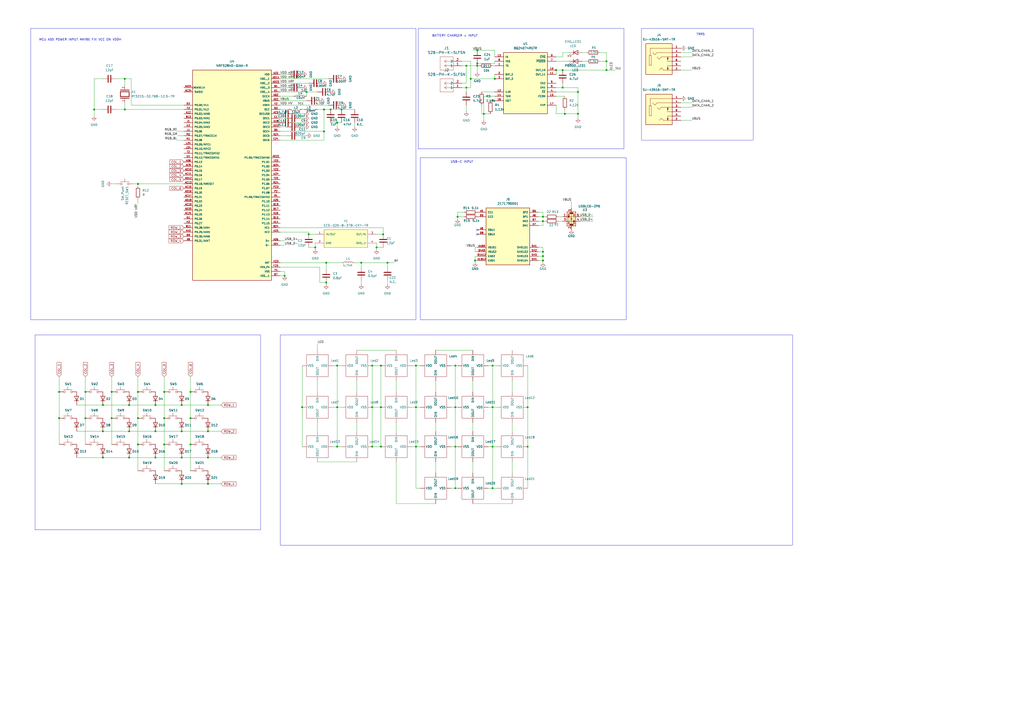
<source format=kicad_sch>
(kicad_sch (version 20250114) (generator "eeschema") (generator_version "9.0")
  (paper "A2")
  (rectangle (start 162.56 194.31) (end 459.74 316.23))
  (rectangle (start 17.78 16.51) (end 241.3 185.42))
  (rectangle (start 372.11 16.51) (end 436.88 81.28))
  (rectangle (start 242.57 16.51) (end 361.95 86.36))
  (rectangle (start 20.32 194.31) (end 151.13 307.34))
  (rectangle (start 243.84 91.44) (end 363.22 185.42))
  (text "TRRS" (at 406.4 20.066 0) (effects (font (size 1.27 1.27))))
  (text "BATTERY CHARGER + INPUT" (at 263.906 20.828 0) (effects (font (size 1.27 1.27))))
  (text "USB-C INPUT" (at 267.97 93.98 0) (effects (font (size 1.27 1.27))))
  (text "MCU ADD POWER INPUT MAYBE FIX VCC ON VDDH" (at 46.482 23.114 0) (effects (font (size 1.27 1.27))))
  (junction (at 165.1 160.02))
  (junction (at 241.3 259.08))
  (junction (at 306.07 259.08))
  (junction (at 209.55 152.4))
  (junction (at 95.25 227.33))
  (junction (at 80.01 227.33))
  (junction (at 120.65 265.43))
  (junction (at 326.39 50.8))
  (junction (at 327.66 66.04))
  (junction (at 191.77 63.5))
  (junction (at 241.3 236.22))
  (junction (at 306.07 236.22))
  (junction (at 287.02 45.72))
  (junction (at 222.25 135.89))
  (junction (at 59.69 234.95))
  (junction (at 273.05 45.72))
  (junction (at 80.01 257.81))
  (junction (at 80.01 106.68))
  (junction (at 34.29 227.33))
  (junction (at 264.16 236.22))
  (junction (at 326.39 40.64))
  (junction (at 314.96 146.05))
  (junction (at 264.16 259.08))
  (junction (at 220.98 259.08))
  (junction (at 314.96 128.27))
  (junction (at 195.58 212.09))
  (junction (at 187.96 63.5))
  (junction (at 195.58 71.12))
  (junction (at 64.77 242.57))
  (junction (at 74.93 250.19))
  (junction (at 110.49 227.33))
  (junction (at 198.12 63.5))
  (junction (at 49.53 242.57))
  (junction (at 275.59 151.13))
  (junction (at 59.69 265.43))
  (junction (at 90.17 234.95))
  (junction (at 265.43 125.73))
  (junction (at 175.26 236.22))
  (junction (at 189.23 152.4))
  (junction (at 322.58 40.64))
  (junction (at 314.96 151.13))
  (junction (at 105.41 265.43))
  (junction (at 215.9 212.09))
  (junction (at 74.93 234.95))
  (junction (at 335.28 66.04))
  (junction (at 264.16 212.09))
  (junction (at 90.17 250.19))
  (junction (at 105.41 250.19))
  (junction (at 270.51 38.1))
  (junction (at 224.79 152.4))
  (junction (at 179.07 135.89))
  (junction (at 215.9 236.22))
  (junction (at 285.75 259.08))
  (junction (at 220.98 212.09))
  (junction (at 90.17 265.43))
  (junction (at 351.79 35.56))
  (junction (at 72.39 63.5))
  (junction (at 276.86 29.21))
  (junction (at 314.96 148.59))
  (junction (at 59.69 250.19))
  (junction (at 264.16 283.21))
  (junction (at 218.44 143.51))
  (junction (at 49.53 227.33))
  (junction (at 276.86 38.1))
  (junction (at 195.58 236.22))
  (junction (at 241.3 212.09))
  (junction (at 285.75 283.21))
  (junction (at 120.65 250.19))
  (junction (at 54.61 63.5))
  (junction (at 95.25 257.81))
  (junction (at 189.23 163.83))
  (junction (at 220.98 236.22))
  (junction (at 105.41 280.67))
  (junction (at 351.79 40.64))
  (junction (at 280.67 66.04))
  (junction (at 105.41 234.95))
  (junction (at 187.96 76.2))
  (junction (at 34.29 242.57))
  (junction (at 80.01 242.57))
  (junction (at 177.8 53.34))
  (junction (at 195.58 259.08))
  (junction (at 182.88 143.51))
  (junction (at 110.49 257.81))
  (junction (at 215.9 259.08))
  (junction (at 285.75 212.09))
  (junction (at 276.86 36.83))
  (junction (at 64.77 227.33))
  (junction (at 72.39 45.72))
  (junction (at 110.49 242.57))
  (junction (at 120.65 280.67))
  (junction (at 270.51 50.8))
  (junction (at 95.25 242.57))
  (junction (at 120.65 234.95))
  (junction (at 74.93 265.43))
  (junction (at 335.28 53.34))
  (junction (at 285.75 236.22))
  (junction (at 314.96 125.73))
  (no_connect (at 276.86 135.89))
  (no_connect (at 276.86 133.35))
  (wire (pts (xy 207.01 245.11) (xy 207.01 250.19)))
  (wire (pts (xy 287.02 36.83) (xy 276.86 36.83)))
  (wire (pts (xy 176.53 63.5) (xy 175.26 63.5)))
  (wire (pts (xy 285.75 259.08) (xy 288.29 259.08)))
  (wire (pts (xy 34.29 242.57) (xy 34.29 257.81)))
  (wire (pts (xy 322.58 66.04) (xy 327.66 66.04)))
  (wire (pts (xy 34.29 218.44) (xy 34.29 227.33)))
  (wire (pts (xy 215.9 236.22) (xy 220.98 236.22)))
  (wire (pts (xy 185.42 163.83) (xy 185.42 154.94)))
  (wire (pts (xy 314.96 146.05) (xy 312.42 146.05)))
  (wire (pts (xy 314.96 130.81) (xy 314.96 128.27)))
  (wire (pts (xy 270.51 38.1) (xy 270.51 48.26)))
  (wire (pts (xy 193.04 259.08) (xy 195.58 259.08)))
  (wire (pts (xy 120.65 265.43) (xy 128.27 265.43)))
  (wire (pts (xy 264.16 283.21) (xy 265.43 283.21)))
  (wire (pts (xy 120.65 234.95) (xy 128.27 234.95)))
  (wire (pts (xy 44.45 234.95) (xy 59.69 234.95)))
  (wire (pts (xy 316.23 128.27) (xy 314.96 128.27)))
  (wire (pts (xy 283.21 212.09) (xy 285.75 212.09)))
  (wire (pts (xy 274.32 292.1) (xy 297.18 292.1)))
  (wire (pts (xy 284.48 58.42) (xy 287.02 58.42)))
  (wire (pts (xy 179.07 143.51) (xy 182.88 143.51)))
  (wire (pts (xy 215.9 212.09) (xy 220.98 212.09)))
  (wire (pts (xy 275.59 146.05) (xy 276.86 146.05)))
  (wire (pts (xy 218.44 143.51) (xy 218.44 144.78)))
  (wire (pts (xy 59.69 265.43) (xy 74.93 265.43)))
  (wire (pts (xy 72.39 45.72) (xy 72.39 49.53)))
  (wire (pts (xy 222.25 135.89) (xy 218.44 135.89)))
  (wire (pts (xy 191.77 71.12) (xy 195.58 71.12)))
  (wire (pts (xy 287.02 55.88) (xy 280.67 55.88)))
  (wire (pts (xy 195.58 212.09) (xy 195.58 236.22)))
  (wire (pts (xy 265.43 123.19) (xy 269.24 123.19)))
  (wire (pts (xy 314.96 125.73) (xy 312.42 125.73)))
  (wire (pts (xy 54.61 63.5) (xy 54.61 67.31)))
  (wire (pts (xy 185.42 154.94) (xy 162.56 154.94)))
  (wire (pts (xy 162.56 134.62) (xy 179.07 134.62)))
  (wire (pts (xy 252.73 245.11) (xy 252.73 250.19)))
  (wire (pts (xy 335.28 50.8) (xy 335.28 53.34)))
  (wire (pts (xy 173.99 78.74) (xy 177.8 78.74)))
  (wire (pts (xy 279.4 53.34) (xy 287.02 53.34)))
  (wire (pts (xy 195.58 236.22) (xy 195.58 259.08)))
  (wire (pts (xy 76.2 45.72) (xy 76.2 60.96)))
  (wire (pts (xy 274.32 220.98) (xy 274.32 227.33)))
  (wire (pts (xy 90.17 234.95) (xy 105.41 234.95)))
  (wire (pts (xy 337.82 30.48) (xy 340.36 30.48)))
  (wire (pts (xy 162.56 50.8) (xy 167.64 50.8)))
  (wire (pts (xy 162.56 53.34) (xy 177.8 53.34)))
  (wire (pts (xy 162.56 63.5) (xy 167.64 63.5)))
  (wire (pts (xy 241.3 236.22) (xy 243.84 236.22)))
  (wire (pts (xy 264.16 259.08) (xy 264.16 283.21)))
  (wire (pts (xy 67.31 45.72) (xy 72.39 45.72)))
  (wire (pts (xy 322.58 60.96) (xy 322.58 66.04)))
  (wire (pts (xy 229.87 220.98) (xy 229.87 227.33)))
  (wire (pts (xy 59.69 63.5) (xy 54.61 63.5)))
  (wire (pts (xy 326.39 33.02) (xy 322.58 33.02)))
  (wire (pts (xy 179.07 135.89) (xy 182.88 135.89)))
  (wire (pts (xy 193.04 236.22) (xy 195.58 236.22)))
  (wire (pts (xy 274.32 29.21) (xy 276.86 29.21)))
  (wire (pts (xy 394.97 30.48) (xy 401.32 30.48)))
  (wire (pts (xy 270.51 48.26) (xy 267.97 48.26)))
  (wire (pts (xy 275.59 143.51) (xy 276.86 143.51)))
  (wire (pts (xy 330.2 30.48) (xy 326.39 30.48)))
  (wire (pts (xy 229.87 245.11) (xy 229.87 250.19)))
  (wire (pts (xy 394.97 62.23) (xy 401.32 62.23)))
  (wire (pts (xy 189.23 156.21) (xy 189.23 152.4)))
  (wire (pts (xy 314.96 143.51) (xy 312.42 143.51)))
  (wire (pts (xy 241.3 212.09) (xy 243.84 212.09)))
  (wire (pts (xy 273.05 45.72) (xy 273.05 50.8)))
  (wire (pts (xy 326.39 48.26) (xy 326.39 50.8)))
  (wire (pts (xy 347.98 30.48) (xy 351.79 30.48)))
  (wire (pts (xy 162.56 43.18) (xy 167.64 43.18)))
  (wire (pts (xy 49.53 218.44) (xy 49.53 227.33)))
  (wire (pts (xy 322.58 40.64) (xy 322.58 43.18)))
  (wire (pts (xy 182.88 140.97) (xy 182.88 143.51)))
  (wire (pts (xy 162.56 78.74) (xy 166.37 78.74)))
  (wire (pts (xy 80.01 257.81) (xy 80.01 273.05)))
  (wire (pts (xy 270.51 50.8) (xy 267.97 50.8)))
  (wire (pts (xy 270.51 50.8) (xy 270.51 53.34)))
  (wire (pts (xy 162.56 58.42) (xy 177.8 58.42)))
  (wire (pts (xy 74.93 250.19) (xy 90.17 250.19)))
  (wire (pts (xy 165.1 157.48) (xy 165.1 160.02)))
  (wire (pts (xy 162.56 60.96) (xy 190.5 60.96)))
  (wire (pts (xy 322.58 50.8) (xy 326.39 50.8)))
  (wire (pts (xy 162.56 45.72) (xy 190.5 45.72)))
  (wire (pts (xy 191.77 63.5) (xy 198.12 63.5)))
  (wire (pts (xy 205.74 71.12) (xy 205.74 73.66)))
  (wire (pts (xy 170.18 71.12) (xy 176.53 71.12)))
  (wire (pts (xy 193.04 212.09) (xy 195.58 212.09)))
  (wire (pts (xy 220.98 236.22) (xy 220.98 259.08)))
  (wire (pts (xy 275.59 148.59) (xy 275.59 151.13)))
  (wire (pts (xy 175.26 236.22) (xy 175.26 259.08)))
  (wire (pts (xy 224.79 162.56) (xy 224.79 165.1)))
  (wire (pts (xy 67.31 106.68) (xy 64.77 106.68)))
  (wire (pts (xy 275.59 148.59) (xy 276.86 148.59)))
  (wire (pts (xy 187.96 76.2) (xy 187.96 81.28)))
  (wire (pts (xy 297.18 267.97) (xy 297.18 274.32)))
  (wire (pts (xy 64.77 227.33) (xy 64.77 242.57)))
  (wire (pts (xy 220.98 212.09) (xy 220.98 236.22)))
  (wire (pts (xy 102.87 81.28) (xy 106.68 81.28)))
  (wire (pts (xy 314.96 148.59) (xy 312.42 148.59)))
  (wire (pts (xy 252.73 203.2) (xy 274.32 203.2)))
  (wire (pts (xy 224.79 152.4) (xy 228.6 152.4)))
  (wire (pts (xy 80.01 242.57) (xy 80.01 257.81)))
  (wire (pts (xy 162.56 132.08) (xy 222.25 132.08)))
  (wire (pts (xy 184.15 267.97) (xy 207.01 267.97)))
  (wire (pts (xy 74.93 234.95) (xy 90.17 234.95)))
  (wire (pts (xy 209.55 152.4) (xy 224.79 152.4)))
  (wire (pts (xy 326.39 128.27) (xy 323.85 128.27)))
  (wire (pts (xy 207.01 220.98) (xy 207.01 227.33)))
  (wire (pts (xy 275.59 151.13) (xy 276.86 151.13)))
  (wire (pts (xy 337.82 35.56) (xy 340.36 35.56)))
  (wire (pts (xy 229.87 292.1) (xy 252.73 292.1)))
  (wire (pts (xy 184.15 245.11) (xy 184.15 250.19)))
  (wire (pts (xy 195.58 212.09) (xy 198.12 212.09)))
  (wire (pts (xy 336.55 125.73) (xy 344.17 125.73)))
  (wire (pts (xy 165.1 142.24) (xy 162.56 142.24)))
  (wire (pts (xy 322.58 55.88) (xy 327.66 55.88)))
  (wire (pts (xy 312.42 130.81) (xy 314.96 130.81)))
  (wire (pts (xy 394.97 33.02) (xy 401.32 33.02)))
  (wire (pts (xy 278.13 38.1) (xy 276.86 38.1)))
  (wire (pts (xy 351.79 30.48) (xy 351.79 35.56)))
  (wire (pts (xy 314.96 151.13) (xy 314.96 152.4)))
  (wire (pts (xy 264.16 236.22) (xy 264.16 259.08)))
  (wire (pts (xy 74.93 265.43) (xy 90.17 265.43)))
  (wire (pts (xy 187.96 63.5) (xy 184.15 63.5)))
  (wire (pts (xy 273.05 45.72) (xy 287.02 45.72)))
  (wire (pts (xy 241.3 212.09) (xy 241.3 236.22)))
  (wire (pts (xy 162.56 55.88) (xy 170.18 55.88)))
  (wire (pts (xy 162.56 152.4) (xy 189.23 152.4)))
  (wire (pts (xy 120.65 280.67) (xy 128.27 280.67)))
  (wire (pts (xy 105.41 234.95) (xy 120.65 234.95)))
  (wire (pts (xy 264.16 259.08) (xy 265.43 259.08)))
  (wire (pts (xy 162.56 68.58) (xy 166.37 68.58)))
  (wire (pts (xy 285.75 212.09) (xy 285.75 236.22)))
  (wire (pts (xy 261.62 212.09) (xy 264.16 212.09)))
  (wire (pts (xy 76.2 60.96) (xy 106.68 60.96)))
  (wire (pts (xy 326.39 40.64) (xy 351.79 40.64)))
  (wire (pts (xy 184.15 199.39) (xy 184.15 203.2)))
  (wire (pts (xy 394.97 69.85) (xy 401.32 69.85)))
  (wire (pts (xy 327.66 66.04) (xy 335.28 66.04)))
  (wire (pts (xy 49.53 242.57) (xy 49.53 257.81)))
  (wire (pts (xy 283.21 259.08) (xy 285.75 259.08)))
  (wire (pts (xy 274.32 267.97) (xy 274.32 274.32)))
  (wire (pts (xy 54.61 63.5) (xy 54.61 45.72)))
  (wire (pts (xy 222.25 132.08) (xy 222.25 135.89)))
  (wire (pts (xy 275.59 143.51) (xy 275.59 146.05)))
  (wire (pts (xy 335.28 53.34) (xy 335.28 66.04)))
  (wire (pts (xy 314.96 151.13) (xy 312.42 151.13)))
  (wire (pts (xy 54.61 45.72) (xy 59.69 45.72)))
  (wire (pts (xy 209.55 162.56) (xy 209.55 165.1)))
  (wire (pts (xy 241.3 236.22) (xy 241.3 259.08)))
  (wire (pts (xy 173.99 68.58) (xy 176.53 68.58)))
  (wire (pts (xy 274.32 245.11) (xy 274.32 250.19)))
  (wire (pts (xy 162.56 157.48) (xy 165.1 157.48)))
  (wire (pts (xy 326.39 50.8) (xy 335.28 50.8)))
  (wire (pts (xy 394.97 59.69) (xy 401.32 59.69)))
  (wire (pts (xy 105.41 265.43) (xy 120.65 265.43)))
  (wire (pts (xy 120.65 250.19) (xy 128.27 250.19)))
  (wire (pts (xy 252.73 267.97) (xy 252.73 274.32)))
  (wire (pts (xy 162.56 73.66) (xy 166.37 73.66)))
  (wire (pts (xy 189.23 163.83) (xy 189.23 165.1)))
  (wire (pts (xy 64.77 218.44) (xy 64.77 227.33)))
  (wire (pts (xy 224.79 154.94) (xy 224.79 152.4)))
  (wire (pts (xy 241.3 259.08) (xy 243.84 259.08)))
  (wire (pts (xy 322.58 35.56) (xy 330.2 35.56)))
  (wire (pts (xy 95.25 227.33) (xy 95.25 242.57)))
  (wire (pts (xy 184.15 220.98) (xy 184.15 227.33)))
  (wire (pts (xy 270.51 60.96) (xy 270.51 64.77)))
  (wire (pts (xy 283.21 283.21) (xy 285.75 283.21)))
  (wire (pts (xy 280.67 66.04) (xy 280.67 69.85)))
  (wire (pts (xy 264.16 236.22) (xy 265.43 236.22)))
  (wire (pts (xy 44.45 250.19) (xy 59.69 250.19)))
  (wire (pts (xy 72.39 63.5) (xy 106.68 63.5)))
  (wire (pts (xy 238.76 212.09) (xy 241.3 212.09)))
  (wire (pts (xy 331.47 120.65) (xy 331.47 116.84)))
  (wire (pts (xy 49.53 227.33) (xy 49.53 242.57)))
  (wire (pts (xy 335.28 66.04) (xy 335.28 68.58)))
  (wire (pts (xy 252.73 220.98) (xy 252.73 227.33)))
  (wire (pts (xy 261.62 236.22) (xy 264.16 236.22)))
  (wire (pts (xy 276.86 38.1) (xy 276.86 41.91)))
  (wire (pts (xy 95.25 257.81) (xy 95.25 273.05)))
  (wire (pts (xy 267.97 35.56) (xy 273.05 35.56)))
  (wire (pts (xy 312.42 123.19) (xy 314.96 123.19)))
  (wire (pts (xy 306.07 236.22) (xy 306.07 259.08)))
  (wire (pts (xy 102.87 78.74) (xy 106.68 78.74)))
  (wire (pts (xy 110.49 227.33) (xy 110.49 242.57)))
  (wire (pts (xy 205.74 152.4) (xy 209.55 152.4)))
  (wire (pts (xy 59.69 250.19) (xy 74.93 250.19)))
  (wire (pts (xy 285.75 236.22) (xy 285.75 259.08)))
  (wire (pts (xy 102.87 76.2) (xy 106.68 76.2)))
  (wire (pts (xy 279.4 60.96) (xy 279.4 66.04)))
  (wire (pts (xy 175.26 212.09) (xy 175.26 236.22)))
  (wire (pts (xy 270.51 38.1) (xy 276.86 38.1)))
  (wire (pts (xy 287.02 33.02) (xy 287.02 29.21)))
  (wire (pts (xy 327.66 63.5) (xy 327.66 66.04)))
  (wire (pts (xy 90.17 280.67) (xy 105.41 280.67)))
  (wire (pts (xy 297.18 245.11) (xy 297.18 250.19)))
  (wire (pts (xy 306.07 259.08) (xy 306.07 283.21)))
  (wire (pts (xy 72.39 45.72) (xy 76.2 45.72)))
  (wire (pts (xy 238.76 236.22) (xy 241.3 236.22)))
  (wire (pts (xy 187.96 63.5) (xy 191.77 63.5)))
  (wire (pts (xy 314.96 146.05) (xy 314.96 148.59)))
  (wire (pts (xy 177.8 53.34) (xy 184.15 53.34)))
  (wire (pts (xy 162.56 76.2) (xy 187.96 76.2)))
  (wire (pts (xy 314.96 148.59) (xy 314.96 151.13)))
  (wire (pts (xy 326.39 30.48) (xy 326.39 33.02)))
  (wire (pts (xy 95.25 242.57) (xy 95.25 257.81)))
  (wire (pts (xy 195.58 71.12) (xy 195.58 73.66)))
  (wire (pts (xy 261.62 259.08) (xy 264.16 259.08)))
  (wire (pts (xy 285.75 259.08) (xy 285.75 283.21)))
  (wire (pts (xy 59.69 234.95) (xy 74.93 234.95)))
  (wire (pts (xy 90.17 265.43) (xy 105.41 265.43)))
  (wire (pts (xy 170.18 66.04) (xy 176.53 66.04)))
  (wire (pts (xy 336.55 128.27) (xy 344.17 128.27)))
  (wire (pts (xy 283.21 236.22) (xy 285.75 236.22)))
  (wire (pts (xy 34.29 227.33) (xy 34.29 242.57)))
  (wire (pts (xy 189.23 152.4) (xy 198.12 152.4)))
  (wire (pts (xy 351.79 40.64) (xy 356.87 40.64)))
  (wire (pts (xy 195.58 259.08) (xy 198.12 259.08)))
  (wire (pts (xy 162.56 160.02) (xy 165.1 160.02)))
  (wire (pts (xy 243.84 283.21) (xy 241.3 283.21)))
  (wire (pts (xy 314.96 143.51) (xy 314.96 146.05)))
  (wire (pts (xy 207.01 203.2) (xy 229.87 203.2)))
  (wire (pts (xy 72.39 63.5) (xy 67.31 63.5)))
  (wire (pts (xy 261.62 283.21) (xy 264.16 283.21)))
  (wire (pts (xy 297.18 220.98) (xy 297.18 227.33)))
  (wire (pts (xy 316.23 125.73) (xy 314.96 125.73)))
  (wire (pts (xy 276.86 36.83) (xy 276.86 38.1)))
  (wire (pts (xy 314.96 123.19) (xy 314.96 125.73)))
  (wire (pts (xy 215.9 212.09) (xy 215.9 236.22)))
  (wire (pts (xy 95.25 218.44) (xy 95.25 227.33)))
  (wire (pts (xy 80.01 115.57) (xy 80.01 118.11)))
  (wire (pts (xy 218.44 143.51) (xy 222.25 143.51)))
  (wire (pts (xy 187.96 81.28) (xy 162.56 81.28)))
  (wire (pts (xy 182.88 143.51) (xy 182.88 144.78)))
  (wire (pts (xy 279.4 66.04) (xy 280.67 66.04)))
  (wire (pts (xy 287.02 43.18) (xy 287.02 45.72)))
  (wire (pts (xy 285.75 283.21) (xy 288.29 283.21)))
  (wire (pts (xy 322.58 53.34) (xy 335.28 53.34)))
  (wire (pts (xy 285.75 212.09) (xy 288.29 212.09)))
  (wire (pts (xy 165.1 139.7) (xy 162.56 139.7)))
  (wire (pts (xy 265.43 125.73) (xy 269.24 125.73)))
  (wire (pts (xy 44.45 265.43) (xy 59.69 265.43)))
  (wire (pts (xy 264.16 212.09) (xy 264.16 236.22)))
  (wire (pts (xy 285.75 38.1) (xy 287.02 38.1)))
  (wire (pts (xy 185.42 163.83) (xy 189.23 163.83)))
  (wire (pts (xy 394.97 40.64) (xy 401.32 40.64)))
  (wire (pts (xy 265.43 125.73) (xy 265.43 127)))
  (wire (pts (xy 265.43 123.19) (xy 265.43 125.73)))
  (wire (pts (xy 264.16 212.09) (xy 265.43 212.09)))
  (wire (pts (xy 195.58 71.12) (xy 198.12 71.12)))
  (wire (pts (xy 177.8 53.34) (xy 177.8 55.88)))
  (wire (pts (xy 198.12 63.5) (xy 205.74 63.5)))
  (wire (pts (xy 80.01 106.68) (xy 77.47 106.68)))
  (wire (pts (xy 241.3 283.21) (xy 241.3 259.08)))
  (wire (pts (xy 64.77 242.57) (xy 64.77 257.81)))
  (wire (pts (xy 273.05 50.8) (xy 270.51 50.8)))
  (wire (pts (xy 105.41 280.67) (xy 120.65 280.67)))
  (wire (pts (xy 273.05 35.56) (xy 273.05 45.72)))
  (wire (pts (xy 176.53 73.66) (xy 173.99 73.66)))
  (wire (pts (xy 347.98 35.56) (xy 351.79 35.56)))
  (wire (pts (xy 218.44 140.97) (xy 218.44 143.51)))
  (wire (pts (xy 162.56 48.26) (xy 179.07 48.26)))
  (wire (pts (xy 179.07 135.89) (xy 179.07 134.62)))
  (wire (pts (xy 80.01 218.44) (xy 80.01 227.33)))
  (wire (pts (xy 215.9 236.22) (xy 215.9 259.08)))
  (wire (pts (xy 275.59 151.13) (xy 275.59 152.4)))
  (wire (pts (xy 351.79 35.56) (xy 351.79 40.64)))
  (wire (pts (xy 323.85 125.73) (xy 326.39 125.73)))
  (wire (pts (xy 314.96 128.27) (xy 312.42 128.27)))
  (wire (pts (xy 187.96 76.2) (xy 187.96 63.5)))
  (wire (pts (xy 110.49 257.81) (xy 110.49 273.05)))
  (wire (pts (xy 287.02 35.56) (xy 287.02 36.83)))
  (wire (pts (xy 238.76 259.08) (xy 241.3 259.08)))
  (wire (pts (xy 270.51 38.1) (xy 267.97 38.1)))
  (wire (pts (xy 220.98 259.08) (xy 215.9 259.08)))
  (wire (pts (xy 80.01 107.95) (xy 80.01 106.68)))
  (wire (pts (xy 110.49 242.57) (xy 110.49 257.81)))
  (wire (pts (xy 280.67 55.88) (xy 280.67 66.04)))
  (wire (pts (xy 72.39 59.69) (xy 72.39 63.5)))
  (wire (pts (xy 209.55 152.4) (xy 209.55 154.94)))
  (wire (pts (xy 229.87 267.97) (xy 229.87 292.1)))
  (wire (pts (xy 280.67 66.04) (xy 284.48 66.04)))
  (wire (pts (xy 80.01 227.33) (xy 80.01 242.57)))
  (wire (pts (xy 80.01 106.68) (xy 106.68 106.68)))
  (wire (pts (xy 322.58 40.64) (xy 326.39 40.64)))
  (wire (pts (xy 287.02 29.21) (xy 276.86 29.21)))
  (wire (pts (xy 90.17 250.19) (xy 105.41 250.19)))
  (wire (pts (xy 195.58 236.22) (xy 198.12 236.22)))
  (wire (pts (xy 105.41 250.19) (xy 120.65 250.19)))
  (wire (pts (xy 110.49 218.44) (xy 110.49 227.33)))
  (wire (pts (xy 306.07 212.09) (xy 306.07 236.22)))
  (wire (pts (xy 285.75 236.22) (xy 288.29 236.22)))
  (label "Vcc" (at 356.87 40.64 0))
  (label "DATA_CHAN_1" (at 401.32 59.69 0))
  (label "VBUS" (at 401.32 69.85 0))
  (label "VBUS" (at 274.32 29.21 0))
  (label "VBUS" (at 162.56 58.42 0))
  (label "USB_D+" (at 165.1 139.7 0))
  (label "VBUS" (at 275.59 143.51 180))
  (label "RGB_BL" (at 102.87 81.28 180))
  (label "USB_D+" (at 344.17 128.27 180))
  (label "VDD nRF" (at 162.56 50.8 0))
  (label "VDD nRF" (at 162.56 48.26 0))
  (label "LED" (at 184.15 199.39 0))
  (label "VDD nRF" (at 80.01 118.11 270))
  (label "RGB_GR" (at 102.87 78.74 180))
  (label "VBUS" (at 401.32 40.64 0))
  (label "USB_D-" (at 165.1 142.24 0))
  (label "VDD nRF" (at 162.56 45.72 0))
  (label "VDD HV" (at 162.56 60.96 0))
  (label "Vcc" (at 172.72 60.96 0))
  (label "VLED" (at 355.6 40.64 90))
  (label "DATA_CHAN_1" (at 401.32 30.48 0))
  (label "DATA_CHAN_2" (at 401.32 33.02 0))
  (label "VDD nRF" (at 162.56 43.18 0))
  (label "RF" (at 228.6 152.4 0))
  (label "DATA_CHAN_2" (at 401.32 62.23 0))
  (label "VDD nRF" (at 162.56 53.34 0))
  (label "RGB_RE" (at 102.87 76.2 180))
  (label "USB_D-" (at 344.17 125.73 180))
  (label "VBUS" (at 331.47 116.84 180))
  (global_label "COL_2" (shape input) (at 49.53 218.44 90) (property "Intersheetrefs" "${INTERSHEET_REFS}" (effects (hide yes))))
  (global_label "ROW_4" (shape input) (at 106.68 139.7 180) (property "Intersheetrefs" "${INTERSHEET_REFS}" (effects (hide yes))))
  (global_label "COL_1" (shape input) (at 34.29 218.44 90) (property "Intersheetrefs" "${INTERSHEET_REFS}" (effects (hide yes))))
  (global_label "ROW_2" (shape input) (at 128.27 250.19 0) (property "Intersheetrefs" "${INTERSHEET_REFS}" (effects (hide yes))))
  (global_label "ROW_2" (shape input) (at 106.68 134.62 180) (property "Intersheetrefs" "${INTERSHEET_REFS}" (effects (hide yes))))
  (global_label "COL_3" (shape input) (at 64.77 218.44 90) (property "Intersheetrefs" "${INTERSHEET_REFS}" (effects (hide yes))))
  (global_label "ROW_1" (shape input) (at 128.27 234.95 0) (property "Intersheetrefs" "${INTERSHEET_REFS}" (effects (hide yes))))
  (global_label "ROW_3" (shape input) (at 128.27 265.43 0) (property "Intersheetrefs" "${INTERSHEET_REFS}" (effects (hide yes))))
  (global_label "ROW_4" (shape input) (at 128.27 280.67 0) (property "Intersheetrefs" "${INTERSHEET_REFS}" (effects (hide yes))))
  (global_label "COL_4" (shape input) (at 80.01 218.44 90) (property "Intersheetrefs" "${INTERSHEET_REFS}" (effects (hide yes))))
  (global_label "COL_6" (shape input) (at 110.49 218.44 90) (property "Intersheetrefs" "${INTERSHEET_REFS}" (effects (hide yes))))
  (global_label "ROW_1" (shape input) (at 106.68 132.08 180) (property "Intersheetrefs" "${INTERSHEET_REFS}" (effects (hide yes))))
  (global_label "COL_1" (shape input) (at 106.68 93.98 180) (property "Intersheetrefs" "${INTERSHEET_REFS}" (effects (hide yes))))
  (global_label "COL_2" (shape input) (at 106.68 96.52 180) (property "Intersheetrefs" "${INTERSHEET_REFS}" (effects (hide yes))))
  (global_label "COL_5" (shape input) (at 95.25 218.44 90) (property "Intersheetrefs" "${INTERSHEET_REFS}" (effects (hide yes))))
  (global_label "ROW_3" (shape input) (at 106.68 137.16 180) (property "Intersheetrefs" "${INTERSHEET_REFS}" (effects (hide yes))))
  (global_label "COL_5" (shape input) (at 106.68 104.14 180) (property "Intersheetrefs" "${INTERSHEET_REFS}" (effects (hide yes))))
  (global_label "COL_4" (shape input) (at 106.68 101.6 180) (property "Intersheetrefs" "${INTERSHEET_REFS}" (effects (hide yes))))
  (global_label "COL_3" (shape input) (at 106.68 99.06 180) (property "Intersheetrefs" "${INTERSHEET_REFS}" (effects (hide yes))))
  (global_label "COL_6" (shape input) (at 106.68 109.22 180) (property "Intersheetrefs" "${INTERSHEET_REFS}" (effects (hide yes))))
  (symbol (lib_id "Device:C") (at 166.37 66.04 270) (unit 1)
    (property "Reference" "C20" (at 165.1 67.31 90) (effects (justify right)))
    (property "Value" "4.7uF" (at 166.878 65.024 90) (effects (justify right)))
    (property "Description" "Unpolarized capacitor" (effects (hide yes)))
  )
  (symbol (lib_id "Diode:1N4148") (at 74.93 231.14 90) (unit 1)
    (property "Reference" "D3" (at 76.708 231.394 90) (effects (justify right)))
    (property "Value" "1N4148" (effects (hide yes)))
    (property "Footprint" "Diode_THT:D_DO-35_SOD27_P7.62mm_Horizontal" (effects (hide yes)))
    (property "Datasheet" "https://assets.nexperia.com/documents/data-sheet/1N4148_1N4448.pdf" (effects (hide yes)))
    (property "Description" "100V 0.15A standard switching diode, DO-35" (effects (hide yes)))
    (property "Sim.Device" "D" (effects (hide yes)))
    (property "Sim.Pins" "1=K 2=A" (effects (hide yes)))
  )
  (symbol (lib_id "Diode:1N4148") (at 44.45 231.14 90) (unit 1)
    (property "Reference" "D1" (at 46.228 231.394 90) (effects (justify right)))
    (property "Value" "1N4148" (effects (hide yes)))
    (property "Footprint" "Diode_THT:D_DO-35_SOD27_P7.62mm_Horizontal" (effects (hide yes)))
    (property "Datasheet" "https://assets.nexperia.com/documents/data-sheet/1N4148_1N4448.pdf" (effects (hide yes)))
    (property "Description" "100V 0.15A standard switching diode, DO-35" (effects (hide yes)))
    (property "Sim.Device" "D" (effects (hide yes)))
    (property "Sim.Pins" "1=K 2=A" (effects (hide yes)))
  )
  (symbol (lib_id "power:GND") (at 182.88 144.78 0) (unit 1)
    (property "Reference" "#PWR044" (effects (hide yes)))
    (property "Value" "GND" (at 182.88 149.86 0))
    (property "Description" "Power symbol creates a global label with name \"GND\" , ground" (effects (hide yes)))
  )
  (symbol (lib_id "Device:C") (at 63.5 45.72 90) (unit 1)
    (property "Reference" "C17" (at 63.5 38.1 90))
    (property "Value" "12pF" (at 63.5 40.64 90))
    (property "Description" "Unpolarized capacitor" (effects (hide yes)))
  )
  (symbol (lib_id "Diode:1N4148") (at 59.69 231.14 90) (unit 1)
    (property "Reference" "D2" (at 61.468 231.394 90) (effects (justify right)))
    (property "Value" "1N4148" (effects (hide yes)))
    (property "Footprint" "Diode_THT:D_DO-35_SOD27_P7.62mm_Horizontal" (effects (hide yes)))
    (property "Datasheet" "https://assets.nexperia.com/documents/data-sheet/1N4148_1N4448.pdf" (effects (hide yes)))
    (property "Description" "100V 0.15A standard switching diode, DO-35" (effects (hide yes)))
    (property "Sim.Device" "D" (effects (hide yes)))
    (property "Sim.Pins" "1=K 2=A" (effects (hide yes)))
  )
  (symbol (lib_id "Switch:SW_Push") (at 115.57 273.05 0) (unit 1)
    (property "Reference" "SW21" (at 115.824 268.478 0))
    (property "Value" "SW_Push" (effects (hide yes)))
    (property "Description" "Push button switch, generic, two pins" (effects (hide yes)))
  )
  (symbol (lib_id "Device:R") (at 281.94 38.1 270) (unit 1)
    (property "Reference" "R11" (at 282.194 38.354 90))
    (property "Value" "10k" (at 282.194 40.894 90))
    (property "Description" "Resistor" (effects (hide yes)))
  )
  (symbol (lib_id "Diode:1N4148") (at 90.17 276.86 90) (unit 1)
    (property "Reference" "D19" (at 91.948 277.114 90) (effects (justify right)))
    (property "Value" "1N4148" (effects (hide yes)))
    (property "Footprint" "Diode_THT:D_DO-35_SOD27_P7.62mm_Horizontal" (effects (hide yes)))
    (property "Datasheet" "https://assets.nexperia.com/documents/data-sheet/1N4148_1N4448.pdf" (effects (hide yes)))
    (property "Description" "100V 0.15A standard switching diode, DO-35" (effects (hide yes)))
    (property "Sim.Device" "D" (effects (hide yes)))
    (property "Sim.Pins" "1=K 2=A" (effects (hide yes)))
  )
  (symbol (lib_name "Led_7") (lib_id "LED_new:Led") (at 207.01 236.22 0) (unit 1)
    (property "Reference" "Led8" (at 217.17 233.3146 0))
  )
  (symbol (lib_name "Led_20") (lib_id "LED_new:Led") (at 297.18 283.21 0) (unit 1)
    (property "Reference" "Led21" (at 307.34 277.7646 0))
  )
  (symbol (lib_id "power:GND") (at 218.44 144.78 0) (unit 1)
    (property "Reference" "#PWR043" (effects (hide yes)))
    (property "Value" "GND" (at 218.44 149.86 0))
    (property "Description" "Power symbol creates a global label with name \"GND\" , ground" (effects (hide yes)))
  )
  (symbol (lib_id "power:GND") (at 176.53 73.66 90) (unit 1)
    (property "Reference" "#PWR041" (effects (hide yes)))
    (property "Value" "GND" (at 180.34 73.6599 90) (effects (justify right)))
    (property "Description" "Power symbol creates a global label with name \"GND\" , ground" (effects (hide yes)))
  )
  (symbol (lib_id "Device:LED") (at 334.01 30.48 0) (unit 1)
    (property "Reference" "CHG_LED1" (at 332.4225 24.13 0))
    (property "Value" "LED" (at 332.4225 26.67 0))
    (property "Description" "Light emitting diode" (effects (hide yes)))
    (property "Sim.Pins" "1=K 2=A" (effects (hide yes)))
  )
  (symbol (lib_id "2171790001:2171790001") (at 294.64 135.89 0) (unit 1)
    (property "Reference" "J6" (at 294.64 115.57 0))
    (property "Value" "2171790001" (at 294.64 118.11 0))
    (property "Footprint" "2171790001:MOLEX_2171790001" (effects (hide yes)))
    (property "PARTREV" "A1" (effects (hide yes)))
    (property "STANDARD" "Manufacturer Recommendations" (effects (hide yes)))
    (property "MAXIMUM_PACKAGE_HEIGHT" "3.16 mm" (effects (hide yes)))
    (property "MANUFACTURER" "Molex" (effects (hide yes)))
  )
  (symbol (lib_id "Switch:SW_Push") (at 115.57 242.57 0) (unit 1)
    (property "Reference" "SW12" (at 115.824 237.998 0))
    (property "Value" "SW_Push" (effects (hide yes)))
    (property "Description" "Push button switch, generic, two pins" (effects (hide yes)))
  )
  (symbol (lib_name "Led_8") (lib_id "LED_new:Led") (at 229.87 236.22 180) (unit 1)
    (property "Reference" "Led9" (at 240.03 233.3146 0))
  )
  (symbol (lib_id "Device:L") (at 173.99 55.88 90) (unit 1)
    (property "Reference" "L4" (at 174.244 54.102 90))
    (property "Value" "10uH" (at 174.244 56.642 90))
    (property "Description" "Inductor" (effects (hide yes)))
  )
  (symbol (lib_id "Device:R") (at 279.4 57.15 0) (unit 1)
    (property "Reference" "R3" (at 281.94 55.8799 0) (effects (justify left)))
    (property "Value" "1.18k" (at 281.94 58.4199 0) (effects (justify left)))
    (property "Description" "Resistor" (effects (hide yes)))
  )
  (symbol (lib_id "power:GND") (at 175.26 50.8 90) (unit 1)
    (property "Reference" "#PWR036" (effects (hide yes)))
    (property "Value" "GND" (at 180.34 50.8 0))
    (property "Description" "Power symbol creates a global label with name \"GND\" , ground" (effects (hide yes)))
  )
  (symbol (lib_id "Switch:SW_Push") (at 39.37 257.81 0) (unit 1)
    (property "Reference" "SW13" (at 39.624 253.238 0))
    (property "Value" "SW_Push" (effects (hide yes)))
    (property "Description" "Push button switch, generic, two pins" (effects (hide yes)))
  )
  (symbol (lib_id "Diode:1N4148") (at 74.93 246.38 90) (unit 1)
    (property "Reference" "D9" (at 76.708 246.634 90) (effects (justify right)))
    (property "Value" "1N4148" (effects (hide yes)))
    (property "Footprint" "Diode_THT:D_DO-35_SOD27_P7.62mm_Horizontal" (effects (hide yes)))
    (property "Datasheet" "https://assets.nexperia.com/documents/data-sheet/1N4148_1N4448.pdf" (effects (hide yes)))
    (property "Description" "100V 0.15A standard switching diode, DO-35" (effects (hide yes)))
    (property "Sim.Device" "D" (effects (hide yes)))
    (property "Sim.Pins" "1=K 2=A" (effects (hide yes)))
  )
  (symbol (lib_id "power:GND") (at 270.51 64.77 0) (unit 1)
    (property "Reference" "#PWR013" (effects (hide yes)))
    (property "Value" "GND" (at 270.51 69.85 0))
    (property "Description" "Power symbol creates a global label with name \"GND\" , ground" (effects (hide yes)))
  )
  (symbol (lib_id "Diode:1N4148") (at 105.41 231.14 90) (unit 1)
    (property "Reference" "D5" (at 107.188 231.394 90) (effects (justify right)))
    (property "Value" "1N4148" (effects (hide yes)))
    (property "Footprint" "Diode_THT:D_DO-35_SOD27_P7.62mm_Horizontal" (effects (hide yes)))
    (property "Datasheet" "https://assets.nexperia.com/documents/data-sheet/1N4148_1N4448.pdf" (effects (hide yes)))
    (property "Description" "100V 0.15A standard switching diode, DO-35" (effects (hide yes)))
    (property "Sim.Device" "D" (effects (hide yes)))
    (property "Sim.Pins" "1=K 2=A" (effects (hide yes)))
  )
  (symbol (lib_id "Device:R") (at 320.04 128.27 270) (unit 1)
    (property "Reference" "R1" (at 322.834 130.302 90))
    (property "Value" "22" (at 319.786 130.556 90))
    (property "Description" "Resistor" (effects (hide yes)))
  )
  (symbol (lib_id "power:GND") (at 177.8 78.74 90) (unit 1)
    (property "Reference" "#PWR030" (effects (hide yes)))
    (property "Value" "GND" (at 181.61 78.7399 90) (effects (justify right)))
    (property "Description" "Power symbol creates a global label with name \"GND\" , ground" (effects (hide yes)))
  )
  (symbol (lib_id "Device:R") (at 327.66 59.69 0) (unit 1)
    (property "Reference" "R2" (at 330.2 58.4199 0) (effects (justify left)))
    (property "Value" "4.12k" (at 330.2 60.9599 0) (effects (justify left)))
    (property "Description" "Resistor" (effects (hide yes)))
  )
  (symbol (lib_id "Device:C") (at 179.07 139.7 0) (unit 1)
    (property "Reference" "C2" (at 172.72 139.7 0) (effects (justify left)))
    (property "Value" "12pF" (at 172.72 142.24 0) (effects (justify left)))
    (property "Description" "Unpolarized capacitor" (effects (hide yes)))
  )
  (symbol (lib_id "power:GND") (at 165.1 160.02 0) (unit 1)
    (property "Reference" "#PWR039" (effects (hide yes)))
    (property "Value" "GND" (at 165.1 165.1 0))
    (property "Description" "Power symbol creates a global label with name \"GND\" , ground" (effects (hide yes)))
  )
  (symbol (lib_id "Diode:1N4148") (at 90.17 231.14 90) (unit 1)
    (property "Reference" "D4" (at 91.948 231.394 90) (effects (justify right)))
    (property "Value" "1N4148" (effects (hide yes)))
    (property "Footprint" "Diode_THT:D_DO-35_SOD27_P7.62mm_Horizontal" (effects (hide yes)))
    (property "Datasheet" "https://assets.nexperia.com/documents/data-sheet/1N4148_1N4448.pdf" (effects (hide yes)))
    (property "Description" "100V 0.15A standard switching diode, DO-35" (effects (hide yes)))
    (property "Sim.Device" "D" (effects (hide yes)))
    (property "Sim.Pins" "1=K 2=A" (effects (hide yes)))
  )
  (symbol (lib_id "Diode:1N4148") (at 105.41 246.38 90) (unit 1)
    (property "Reference" "D11" (at 107.188 246.634 90) (effects (justify right)))
    (property "Value" "1N4148" (effects (hide yes)))
    (property "Footprint" "Diode_THT:D_DO-35_SOD27_P7.62mm_Horizontal" (effects (hide yes)))
    (property "Datasheet" "https://assets.nexperia.com/documents/data-sheet/1N4148_1N4448.pdf" (effects (hide yes)))
    (property "Description" "100V 0.15A standard switching diode, DO-35" (effects (hide yes)))
    (property "Sim.Device" "D" (effects (hide yes)))
    (property "Sim.Pins" "1=K 2=A" (effects (hide yes)))
  )
  (symbol (lib_id "Switch:SW_Push") (at 69.85 227.33 0) (unit 1)
    (property "Reference" "SW3" (at 70.104 222.758 0))
    (property "Value" "SW_Push" (effects (hide yes)))
    (property "Description" "Push button switch, generic, two pins" (effects (hide yes)))
  )
  (symbol (lib_name "Led_3") (lib_id "LED_new:Led") (at 252.73 212.09 0) (unit 1)
    (property "Reference" "Led4" (at 262.89 206.6446 0))
  )
  (symbol (lib_id "power:GND") (at 394.97 27.94 90) (unit 1)
    (property "Reference" "#PWR022" (effects (hide yes)))
    (property "Value" "GND" (at 398.78 27.9399 90) (effects (justify right)))
    (property "Description" "Power symbol creates a global label with name \"GND\" , ground" (effects (hide yes)))
  )
  (symbol (lib_id "power:GND") (at 64.77 106.68 270) (unit 1)
    (property "Reference" "#PWR053" (effects (hide yes)))
    (property "Value" "GND" (at 59.69 106.68 0))
    (property "Description" "Power symbol creates a global label with name \"GND\" , ground" (effects (hide yes)))
  )
  (symbol (lib_id "Device:C") (at 170.18 68.58 270) (unit 1)
    (property "Reference" "C5" (at 177.292 69.85 90) (effects (justify right)))
    (property "Value" "100nF" (at 177.292 67.31 90) (effects (justify right)))
    (property "Description" "Unpolarized capacitor" (effects (hide yes)))
  )
  (symbol (lib_id "SJ-43516-SMT-TR:SJ-43516-SMT-TR") (at 382.27 62.23 0) (unit 1)
    (property "Reference" "J5" (at 382.27 49.53 0))
    (property "Value" "SJ-43516-SMT-TR" (at 382.27 52.07 0))
    (property "Footprint" "SJ-43516-SMT-TR:CUI_SJ-43516-SMT-TR" (effects (hide yes)))
    (property "PARTREV" "1.05" (effects (hide yes)))
    (property "STANDARD" "Manufacturer Recommendations" (effects (hide yes)))
    (property "MAXIMUM_PACKAGE_HEIGHT" "5.3mm" (effects (hide yes)))
    (property "MANUFACTURER" "CUI Devices" (effects (hide yes)))
  )
  (symbol (lib_id "Device:R") (at 273.05 123.19 90) (unit 1)
    (property "Reference" "R14" (at 270.51 120.65 90))
    (property "Value" "5.1k" (at 275.59 120.65 90))
    (property "Description" "Resistor" (effects (hide yes)))
  )
  (symbol (lib_id "power:GND") (at 276.86 41.91 0) (unit 1)
    (property "Reference" "#PWR024" (effects (hide yes)))
    (property "Value" "GND" (at 276.86 46.99 0))
    (property "Description" "Power symbol creates a global label with name \"GND\" , ground" (effects (hide yes)))
  )
  (symbol (lib_id "Device:C") (at 63.5 63.5 90) (unit 1)
    (property "Reference" "C18" (at 63.5 55.88 90))
    (property "Value" "12pF" (at 63.5 58.42 90))
    (property "Description" "Unpolarized capacitor" (effects (hide yes)))
  )
  (symbol (lib_id "Device:C") (at 191.77 67.31 180) (unit 1)
    (property "Reference" "C15" (at 191.77 69.596 0) (effects (justify right)))
    (property "Value" "1uF" (at 191.77 72.136 0) (effects (justify right)))
    (property "Description" "Unpolarized capacitor" (effects (hide yes)))
  )
  (symbol (lib_id "Device:C") (at 276.86 33.02 0) (unit 1)
    (property "Reference" "C24" (at 280.67 31.7499 0) (effects (justify left)))
    (property "Value" "1uF" (at 280.67 34.2899 0) (effects (justify left)))
    (property "Description" "Unpolarized capacitor" (effects (hide yes)))
  )
  (symbol (lib_id "Device:C") (at 171.45 43.18 90) (unit 1)
    (property "Reference" "C12" (at 174.244 41.91 90))
    (property "Value" "100nF" (at 174.244 44.45 90))
    (property "Description" "Unpolarized capacitor" (effects (hide yes)))
  )
  (symbol (lib_id "Diode:1N4148") (at 120.65 231.14 90) (unit 1)
    (property "Reference" "D6" (at 122.428 231.394 90) (effects (justify right)))
    (property "Value" "1N4148" (effects (hide yes)))
    (property "Footprint" "Diode_THT:D_DO-35_SOD27_P7.62mm_Horizontal" (effects (hide yes)))
    (property "Datasheet" "https://assets.nexperia.com/documents/data-sheet/1N4148_1N4448.pdf" (effects (hide yes)))
    (property "Description" "100V 0.15A standard switching diode, DO-35" (effects (hide yes)))
    (property "Sim.Device" "D" (effects (hide yes)))
    (property "Sim.Pins" "1=K 2=A" (effects (hide yes)))
  )
  (symbol (lib_id "Device:C") (at 182.88 48.26 90) (unit 1)
    (property "Reference" "C8" (at 186.944 46.99 90) (effects (justify left)))
    (property "Value" "100nF" (at 189.738 49.784 90) (effects (justify left)))
    (property "Description" "Unpolarized capacitor" (effects (hide yes)))
  )
  (symbol (lib_id "NRF52840-QIAA-R:NRF52840-QIAA-R") (at 134.62 93.98 0) (unit 1)
    (property "Reference" "U4" (at 134.62 35.56 0))
    (property "Value" "NRF52840-QIAA-R" (at 134.62 38.1 0))
    (property "Footprint" "NRF52840-QIAA-R:XCVR_NRF52840-QIAA-R" (effects (hide yes)))
    (property "PARTREV" "v1.1" (effects (hide yes)))
    (property "STANDARD" "Manufacturer Recommendations" (effects (hide yes)))
    (property "MAXIMUM_PACKAGE_HEIGHT" "0.85 mm" (effects (hide yes)))
    (property "MANUFACTURER" "Nordic" (effects (hide yes)))
  )
  (symbol (lib_id "Diode:1N4148") (at 90.17 261.62 90) (unit 1)
    (property "Reference" "D16" (at 91.948 261.874 90) (effects (justify right)))
    (property "Value" "1N4148" (effects (hide yes)))
    (property "Footprint" "Diode_THT:D_DO-35_SOD27_P7.62mm_Horizontal" (effects (hide yes)))
    (property "Datasheet" "https://assets.nexperia.com/documents/data-sheet/1N4148_1N4448.pdf" (effects (hide yes)))
    (property "Description" "100V 0.15A standard switching diode, DO-35" (effects (hide yes)))
    (property "Sim.Device" "D" (effects (hide yes)))
    (property "Sim.Pins" "1=K 2=A" (effects (hide yes)))
  )
  (symbol (lib_id "Device:R") (at 344.17 35.56 90) (unit 1)
    (property "Reference" "R6" (at 344.17 33.02 90))
    (property "Value" "1.5k" (at 344.17 35.56 90))
    (property "Description" "Resistor" (effects (hide yes)))
  )
  (symbol (lib_id "power:GND") (at 176.53 66.04 90) (unit 1)
    (property "Reference" "#PWR048" (effects (hide yes)))
    (property "Value" "GND" (at 180.34 66.0399 90) (effects (justify right)))
    (property "Description" "Power symbol creates a global label with name \"GND\" , ground" (effects (hide yes)))
  )
  (symbol (lib_id "power:GND") (at 275.59 152.4 0) (unit 1)
    (property "Reference" "#PWR06" (effects (hide yes)))
    (property "Value" "GND" (at 275.59 155.956 0))
    (property "Description" "Power symbol creates a global label with name \"GND\" , ground" (effects (hide yes)))
  )
  (symbol (lib_id "Diode:1N4148") (at 120.65 246.38 90) (unit 1)
    (property "Reference" "D12" (at 122.428 246.634 90) (effects (justify right)))
    (property "Value" "1N4148" (effects (hide yes)))
    (property "Footprint" "Diode_THT:D_DO-35_SOD27_P7.62mm_Horizontal" (effects (hide yes)))
    (property "Datasheet" "https://assets.nexperia.com/documents/data-sheet/1N4148_1N4448.pdf" (effects (hide yes)))
    (property "Description" "100V 0.15A standard switching diode, DO-35" (effects (hide yes)))
    (property "Sim.Device" "D" (effects (hide yes)))
    (property "Sim.Pins" "1=K 2=A" (effects (hide yes)))
  )
  (symbol (lib_id "Device:C") (at 170.18 73.66 270) (unit 1)
    (property "Reference" "C11" (at 177.292 74.93 90) (effects (justify right)))
    (property "Value" "100pF" (at 177.292 72.39 90) (effects (justify right)))
    (property "Description" "Unpolarized capacitor" (effects (hide yes)))
  )
  (symbol (lib_id "2025-10-31_04-27-11:S2B-PH-K-SLFSN") (at 267.97 38.1 180) (unit 1)
    (property "Reference" "J1" (at 259.08 27.94 0) (effects (font (size 1.524 1.524))))
    (property "Value" "S2B-PH-K-SLFSN" (at 259.08 30.48 0) (effects (font (size 1.524 1.524))))
    (property "Footprint" "CONN_S2B-PH-K-S_JST" (effects (hide yes)))
    (property "Datasheet" "S2B-PH-K-SLFSN" (effects (hide yes)))
  )
  (symbol (lib_id "Switch:SW_Push") (at 85.09 242.57 0) (unit 1)
    (property "Reference" "SW10" (at 85.344 237.998 0))
    (property "Value" "SW_Push" (effects (hide yes)))
    (property "Description" "Push button switch, generic, two pins" (effects (hide yes)))
  )
  (symbol (lib_id "Device:R") (at 320.04 125.73 270) (unit 1)
    (property "Reference" "R13" (at 322.072 122.936 90))
    (property "Value" "22" (at 318.262 122.936 90))
    (property "Description" "Resistor" (effects (hide yes)))
  )
  (symbol (lib_id "Diode:1N4148") (at 59.69 261.62 90) (unit 1)
    (property "Reference" "D14" (at 61.468 261.874 90) (effects (justify right)))
    (property "Value" "1N4148" (effects (hide yes)))
    (property "Footprint" "Diode_THT:D_DO-35_SOD27_P7.62mm_Horizontal" (effects (hide yes)))
    (property "Datasheet" "https://assets.nexperia.com/documents/data-sheet/1N4148_1N4448.pdf" (effects (hide yes)))
    (property "Description" "100V 0.15A standard switching diode, DO-35" (effects (hide yes)))
    (property "Sim.Device" "D" (effects (hide yes)))
    (property "Sim.Pins" "1=K 2=A" (effects (hide yes)))
  )
  (symbol (lib_id "Device:C") (at 224.79 158.75 180) (unit 1)
    (property "Reference" "C22" (at 225.806 161.036 0) (effects (justify right)))
    (property "Value" "N.C." (at 225.806 163.576 0) (effects (justify right)))
    (property "Description" "Unpolarized capacitor" (effects (hide yes)))
  )
  (symbol (lib_id "Switch:SW_Push") (at 72.39 106.68 0) (unit 1)
    (property "Reference" "RESET_SW1" (at 73.66 107.95 90) (effects (justify right)))
    (property "Value" "SW_Push" (at 71.1201 107.95 90) (effects (justify right)))
    (property "Description" "Push button switch, generic, two pins" (effects (hide yes)))
  )
  (symbol (lib_id "Diode:1N4148") (at 90.17 246.38 90) (unit 1)
    (property "Reference" "D10" (at 91.948 246.634 90) (effects (justify right)))
    (property "Value" "1N4148" (effects (hide yes)))
    (property "Footprint" "Diode_THT:D_DO-35_SOD27_P7.62mm_Horizontal" (effects (hide yes)))
    (property "Datasheet" "https://assets.nexperia.com/documents/data-sheet/1N4148_1N4448.pdf" (effects (hide yes)))
    (property "Description" "100V 0.15A standard switching diode, DO-35" (effects (hide yes)))
    (property "Sim.Device" "D" (effects (hide yes)))
    (property "Sim.Pins" "1=K 2=A" (effects (hide yes)))
  )
  (symbol (lib_id "Switch:SW_Push") (at 69.85 257.81 0) (unit 1)
    (property "Reference" "SW15" (at 70.104 253.238 0))
    (property "Value" "SW_Push" (effects (hide yes)))
    (property "Description" "Push button switch, generic, two pins" (effects (hide yes)))
  )
  (symbol (lib_id "Device:C") (at 209.55 158.75 0) (unit 1)
    (property "Reference" "C4" (at 213.36 157.4799 0) (effects (justify left)))
    (property "Value" "0.5pF" (at 213.36 160.0199 0) (effects (justify left)))
    (property "Description" "Unpolarized capacitor" (effects (hide yes)))
  )
  (symbol (lib_id "Device:C") (at 171.45 50.8 90) (unit 1)
    (property "Reference" "C14" (at 175.514 49.53 90) (effects (justify left)))
    (property "Value" "1uF" (at 178.308 52.324 90) (effects (justify left)))
    (property "Description" "Unpolarized capacitor" (effects (hide yes)))
  )
  (symbol (lib_id "BQ24074RGTR:BQ24074RGTR") (at 304.8 48.26 0) (unit 1)
    (property "Reference" "U1" (at 304.8 25.4 0))
    (property "Value" "BQ24074RGTR" (at 304.8 27.94 0))
    (property "Footprint" "BQ24074RGTR:QFN50P300X300X100-17N" (effects (hide yes)))
    (property "PARTREV" "M" (effects (hide yes)))
    (property "STANDARD" "IPC 7351B" (effects (hide yes)))
    (property "MAXIMUM_PACKAGE_HIEGHT" "1mm" (effects (hide yes)))
    (property "MANUFACTURER" "Texas Instruments" (effects (hide yes)))
  )
  (symbol (lib_id "Device:R") (at 284.48 62.23 0) (unit 1)
    (property "Reference" "R4" (at 287.02 60.9599 0) (effects (justify left)))
    (property "Value" "1.13k" (at 287.02 63.4999 0) (effects (justify left)))
    (property "Description" "Resistor" (effects (hide yes)))
  )
  (symbol (lib_id "Device:C") (at 189.23 160.02 0) (unit 1)
    (property "Reference" "C3" (at 193.04 158.7499 0) (effects (justify left)))
    (property "Value" "0.8pF" (at 193.04 161.2899 0) (effects (justify left)))
    (property "Description" "Unpolarized capacitor" (effects (hide yes)))
  )
  (symbol (lib_id "Diode:1N4148") (at 120.65 261.62 90) (unit 1)
    (property "Reference" "D18" (at 122.428 261.874 90) (effects (justify right)))
    (property "Value" "1N4148" (effects (hide yes)))
    (property "Footprint" "Diode_THT:D_DO-35_SOD27_P7.62mm_Horizontal" (effects (hide yes)))
    (property "Datasheet" "https://assets.nexperia.com/documents/data-sheet/1N4148_1N4448.pdf" (effects (hide yes)))
    (property "Description" "100V 0.15A standard switching diode, DO-35" (effects (hide yes)))
    (property "Sim.Device" "D" (effects (hide yes)))
    (property "Sim.Pins" "1=K 2=A" (effects (hide yes)))
  )
  (symbol (lib_name "Led_6") (lib_id "LED_new:Led") (at 184.15 236.22 180) (unit 1)
    (property "Reference" "Led7" (at 194.31 233.3146 0))
  )
  (symbol (lib_id "Device:C") (at 326.39 44.45 0) (unit 1)
    (property "Reference" "C26" (at 330.2 43.1799 0) (effects (justify left)))
    (property "Value" "4.7uF" (at 330.2 45.7199 0) (effects (justify left)))
    (property "Description" "Unpolarized capacitor" (effects (hide yes)))
  )
  (symbol (lib_id "Diode:1N4148") (at 120.65 276.86 90) (unit 1)
    (property "Reference" "D21" (at 122.428 277.114 90) (effects (justify right)))
    (property "Value" "1N4148" (effects (hide yes)))
    (property "Footprint" "Diode_THT:D_DO-35_SOD27_P7.62mm_Horizontal" (effects (hide yes)))
    (property "Datasheet" "https://assets.nexperia.com/documents/data-sheet/1N4148_1N4448.pdf" (effects (hide yes)))
    (property "Description" "100V 0.15A standard switching diode, DO-35" (effects (hide yes)))
    (property "Sim.Device" "D" (effects (hide yes)))
    (property "Sim.Pins" "1=K 2=A" (effects (hide yes)))
  )
  (symbol (lib_id "power:GND") (at 331.47 133.35 0) (unit 1)
    (property "Reference" "#PWR04" (effects (hide yes)))
    (property "Value" "GND" (at 331.47 136.906 0))
    (property "Description" "Power symbol creates a global label with name \"GND\" , ground" (effects (hide yes)))
  )
  (symbol (lib_name "Led_13") (lib_id "LED_new:Led") (at 207.01 259.08 0) (unit 1)
    (property "Reference" "Led14" (at 217.17 256.1746 0))
  )
  (symbol (lib_name "Led_17") (lib_id "LED_new:Led") (at 297.18 259.08 0) (unit 1)
    (property "Reference" "Led18" (at 307.34 253.6346 0))
  )
  (symbol (lib_id "Diode:1N4148") (at 105.41 276.86 90) (unit 1)
    (property "Reference" "D20" (at 107.188 277.114 90) (effects (justify right)))
    (property "Value" "1N4148" (effects (hide yes)))
    (property "Footprint" "Diode_THT:D_DO-35_SOD27_P7.62mm_Horizontal" (effects (hide yes)))
    (property "Datasheet" "https://assets.nexperia.com/documents/data-sheet/1N4148_1N4448.pdf" (effects (hide yes)))
    (property "Description" "100V 0.15A standard switching diode, DO-35" (effects (hide yes)))
    (property "Sim.Device" "D" (effects (hide yes)))
    (property "Sim.Pins" "1=K 2=A" (effects (hide yes)))
  )
  (symbol (lib_id "Device:L") (at 180.34 63.5 270) (unit 1)
    (property "Reference" "L3" (at 177.8 62.484 90) (effects (justify left)))
    (property "Value" "15nH" (at 177.8 64.262 90) (effects (justify left)))
    (property "Description" "Inductor" (effects (hide yes)))
  )
  (symbol (lib_id "Switch:SW_Push") (at 54.61 242.57 0) (unit 1)
    (property "Reference" "SW8" (at 54.864 237.998 0))
    (property "Value" "SW_Push" (effects (hide yes)))
    (property "Description" "Push button switch, generic, two pins" (effects (hide yes)))
  )
  (symbol (lib_id "Switch:SW_Push") (at 39.37 242.57 0) (unit 1)
    (property "Reference" "SW7" (at 39.624 237.998 0))
    (property "Value" "SW_Push" (effects (hide yes)))
    (property "Description" "Push button switch, generic, two pins" (effects (hide yes)))
  )
  (symbol (lib_name "Led_5") (lib_id "LED_new:Led") (at 297.18 212.09 0) (unit 1)
    (property "Reference" "Led6" (at 307.34 206.6446 0))
  )
  (symbol (lib_id "Diode:1N4148") (at 44.45 246.38 90) (unit 1)
    (property "Reference" "D7" (at 46.228 246.634 90) (effects (justify right)))
    (property "Value" "1N4148" (effects (hide yes)))
    (property "Footprint" "Diode_THT:D_DO-35_SOD27_P7.62mm_Horizontal" (effects (hide yes)))
    (property "Datasheet" "https://assets.nexperia.com/documents/data-sheet/1N4148_1N4448.pdf" (effects (hide yes)))
    (property "Description" "100V 0.15A standard switching diode, DO-35" (effects (hide yes)))
    (property "Sim.Device" "D" (effects (hide yes)))
    (property "Sim.Pins" "1=K 2=A" (effects (hide yes)))
  )
  (symbol (lib_id "Device:C") (at 181.61 58.42 90) (unit 1)
    (property "Reference" "C21" (at 185.674 57.15 90) (effects (justify left)))
    (property "Value" "4.7uF" (at 188.468 59.944 90) (effects (justify left)))
    (property "Description" "Unpolarized capacitor" (effects (hide yes)))
  )
  (symbol (lib_id "Diode:1N4148") (at 44.45 261.62 90) (unit 1)
    (property "Reference" "D13" (at 46.228 261.874 90) (effects (justify right)))
    (property "Value" "1N4148" (effects (hide yes)))
    (property "Footprint" "Diode_THT:D_DO-35_SOD27_P7.62mm_Horizontal" (effects (hide yes)))
    (property "Datasheet" "https://assets.nexperia.com/documents/data-sheet/1N4148_1N4448.pdf" (effects (hide yes)))
    (property "Description" "100V 0.15A standard switching diode, DO-35" (effects (hide yes)))
    (property "Sim.Device" "D" (effects (hide yes)))
    (property "Sim.Pins" "1=K 2=A" (effects (hide yes)))
  )
  (symbol (lib_id "power:GND") (at 314.96 152.4 0) (unit 1)
    (property "Reference" "#PWR05" (effects (hide yes)))
    (property "Value" "GND" (at 314.96 155.956 0))
    (property "Description" "Power symbol creates a global label with name \"GND\" , ground" (effects (hide yes)))
  )
  (symbol (lib_name "Led_9") (lib_id "LED_new:Led") (at 252.73 236.22 0) (unit 1)
    (property "Reference" "Led10" (at 262.89 230.7746 0))
  )
  (symbol (lib_id "Switch:SW_Push") (at 100.33 273.05 0) (unit 1)
    (property "Reference" "SW20" (at 100.584 268.478 0))
    (property "Value" "SW_Push" (effects (hide yes)))
    (property "Description" "Push button switch, generic, two pins" (effects (hide yes)))
  )
  (symbol (lib_id "Device:LED") (at 334.01 35.56 0) (unit 1)
    (property "Reference" "PGOOD_LED1" (at 333.756 38.1 0))
    (property "Value" "LED" (at 333.756 40.64 0))
    (property "Description" "Light emitting diode" (effects (hide yes)))
    (property "Sim.Pins" "1=K 2=A" (effects (hide yes)))
  )
  (symbol (lib_id "Device:R") (at 344.17 30.48 90) (unit 1)
    (property "Reference" "R5" (at 344.424 27.686 90))
    (property "Value" "1.5k" (at 344.424 30.226 90))
    (property "Description" "Resistor" (effects (hide yes)))
  )
  (symbol (lib_id "Device:L") (at 171.45 63.5 270) (unit 1)
    (property "Reference" "L2" (at 170.434 62.484 90) (effects (justify left)))
    (property "Value" "10uH" (at 169.164 65.024 90) (effects (justify left)))
    (property "Description" "Inductor" (effects (hide yes)))
  )
  (symbol (lib_id "RT3215-32.768-12.5-TR:RT3215-32.768-12.5-TR") (at 72.39 54.61 90) (unit 1)
    (property "Reference" "X1" (at 76.2 53.3399 90) (effects (justify right)))
    (property "Value" "RT3215-32.768-12.5-TR" (at 76.2 55.8799 90) (effects (justify right)))
    (property "Footprint" "RT3215-32.768-12.5-TR:XTAL_RT3215-32.768-12.5-TR" (effects (hide yes)))
    (property "MF" "Raltron Electronics" (effects (hide yes)))
    (property "MAXIMUM_PACKAGE_HEIGHT" "0.9mm" (effects (hide yes)))
    (property "Package" "SMD-2 Raltron Electronics" (effects (hide yes)))
    (property "Price" "None" (effects (hide yes)))
    (property "Check_prices" "https://www.snapeda.com/parts/RT3215-32.768-12.5-TR/Raltron+Electronics/view-part/?ref=eda" (effects (hide yes)))
    (property "STANDARD" "Manufacturer Recommendations" (effects (hide yes)))
    (property "PARTREV" "L" (effects (hide yes)))
    (property "SnapEDA_Link" "https://www.snapeda.com/parts/RT3215-32.768-12.5-TR/Raltron+Electronics/view-part/?ref=snap" (effects (hide yes)))
    (property "MP" "RT3215-32.768-12.5-TR" (effects (hide yes)))
    (property "Description_1" "32.768 kHz ±20ppm Crystal 12.5pF 70 kOhms 2-SMD, No Lead" (effects (hide yes)))
    (property "MANUFACTURER" "Raltron Electronics" (effects (hide yes)))
    (property "Availability" "In Stock" (effects (hide yes)))
    (property "SNAPEDA_PN" "RT3215-32.768-12.5-TR" (effects (hide yes)))
  )
  (symbol (lib_id "power:GND") (at 195.58 73.66 0) (unit 1)
    (property "Reference" "#PWR038" (effects (hide yes)))
    (property "Value" "GND" (at 195.58 78.74 0))
    (property "Description" "Power symbol creates a global label with name \"GND\" , ground" (effects (hide yes)))
  )
  (symbol (lib_id "Device:C") (at 187.96 53.34 90) (unit 1)
    (property "Reference" "C6" (at 192.024 52.07 90) (effects (justify left)))
    (property "Value" "4.7uF" (at 194.818 54.864 90) (effects (justify left)))
    (property "Description" "Unpolarized capacitor" (effects (hide yes)))
  )
  (symbol (lib_name "Led_19") (lib_id "LED_new:Led") (at 274.32 283.21 180) (unit 1)
    (property "Reference" "Led20" (at 284.48 280.3046 0))
  )
  (symbol (lib_id "power:GND") (at 189.23 165.1 0) (unit 1)
    (property "Reference" "#PWR01" (effects (hide yes)))
    (property "Value" "GND" (at 189.23 170.18 0))
    (property "Description" "Power symbol creates a global label with name \"GND\" , ground" (effects (hide yes)))
  )
  (symbol (lib_id "Device:C") (at 222.25 139.7 0) (unit 1)
    (property "Reference" "C1" (at 224.282 138.43 0) (effects (justify left)))
    (property "Value" "12pF" (at 224.282 140.97 0) (effects (justify left)))
    (property "Description" "Unpolarized capacitor" (effects (hide yes)))
  )
  (symbol (lib_id "power:GND") (at 224.79 165.1 0) (unit 1)
    (property "Reference" "#PWR03" (effects (hide yes)))
    (property "Value" "GND" (at 224.79 170.18 0))
    (property "Description" "Power symbol creates a global label with name \"GND\" , ground" (effects (hide yes)))
  )
  (symbol (lib_id "Power_Protection:USBLC6-2P6") (at 331.47 125.73 0) (unit 1)
    (property "Reference" "U3" (at 340.614 121.666 0) (effects (justify right)))
    (property "Value" "USBLC6-2P6" (at 348.234 119.634 0) (effects (justify right)))
    (property "Footprint" "Package_TO_SOT_SMD:SOT-666" (effects (hide yes)))
    (property "Datasheet" "https://www.st.com/resource/en/datasheet/usblc6-2.pdf" (effects (hide yes)))
    (property "Description" "Very low capacitance ESD protection diode, 2 data-line, SOT-666" (effects (hide yes)))
  )
  (symbol (lib_id "power:GND") (at 209.55 165.1 0) (unit 1)
    (property "Reference" "#PWR02" (effects (hide yes)))
    (property "Value" "GND" (at 209.55 170.18 0))
    (property "Description" "Power symbol creates a global label with name \"GND\" , ground" (effects (hide yes)))
  )
  (symbol (lib_id "Switch:SW_Push") (at 115.57 227.33 0) (unit 1)
    (property "Reference" "SW6" (at 115.824 222.758 0))
    (property "Value" "SW_Push" (effects (hide yes)))
    (property "Description" "Push button switch, generic, two pins" (effects (hide yes)))
  )
  (symbol (lib_id "Device:C") (at 166.37 71.12 270) (unit 1)
    (property "Reference" "C13" (at 165.1 70.104 90) (effects (justify right)))
    (property "Value" "N.C." (at 165.354 72.39 90) (effects (justify right)))
    (property "Description" "Unpolarized capacitor" (effects (hide yes)))
  )
  (symbol (lib_id "power:GND") (at 176.53 71.12 90) (unit 1)
    (property "Reference" "#PWR042" (effects (hide yes)))
    (property "Value" "GND" (at 180.34 71.1199 90) (effects (justify right)))
    (property "Description" "Power symbol creates a global label with name \"GND\" , ground" (effects (hide yes)))
  )
  (symbol (lib_id "Diode:1N4148") (at 59.69 246.38 90) (unit 1)
    (property "Reference" "D8" (at 61.468 246.634 90) (effects (justify right)))
    (property "Value" "1N4148" (effects (hide yes)))
    (property "Footprint" "Diode_THT:D_DO-35_SOD27_P7.62mm_Horizontal" (effects (hide yes)))
    (property "Datasheet" "https://assets.nexperia.com/documents/data-sheet/1N4148_1N4448.pdf" (effects (hide yes)))
    (property "Description" "100V 0.15A standard switching diode, DO-35" (effects (hide yes)))
    (property "Sim.Device" "D" (effects (hide yes)))
    (property "Sim.Pins" "1=K 2=A" (effects (hide yes)))
  )
  (symbol (lib_id "power:GND") (at 185.42 58.42 90) (unit 1)
    (property "Reference" "#PWR050" (effects (hide yes)))
    (property "Value" "GND" (at 190.5 58.42 0))
    (property "Description" "Power symbol creates a global label with name \"GND\" , ground" (effects (hide yes)))
  )
  (symbol (lib_id "Device:L") (at 201.93 152.4 90) (unit 1)
    (property "Reference" "L1" (at 201.93 150.114 90))
    (property "Value" "4.7nH" (at 201.676 153.924 90))
    (property "Description" "Inductor" (effects (hide yes)))
  )
  (symbol (lib_id "Switch:SW_Push") (at 69.85 242.57 0) (unit 1)
    (property "Reference" "SW9" (at 70.104 237.998 0))
    (property "Value" "SW_Push" (effects (hide yes)))
    (property "Description" "Push button switch, generic, two pins" (effects (hide yes)))
  )
  (symbol (lib_id "power:GND") (at 205.74 73.66 0) (unit 1)
    (property "Reference" "#PWR040" (effects (hide yes)))
    (property "Value" "GND" (at 205.74 78.74 0))
    (property "Description" "Power symbol creates a global label with name \"GND\" , ground" (effects (hide yes)))
  )
  (symbol (lib_id "Switch:SW_Push") (at 54.61 257.81 0) (unit 1)
    (property "Reference" "SW14" (at 54.864 253.238 0))
    (property "Value" "SW_Push" (effects (hide yes)))
    (property "Description" "Push button switch, generic, two pins" (effects (hide yes)))
  )
  (symbol (lib_id "power:GND") (at 176.53 68.58 90) (unit 1)
    (property "Reference" "#PWR046" (effects (hide yes)))
    (property "Value" "GND" (at 180.34 68.5799 90) (effects (justify right)))
    (property "Description" "Power symbol creates a global label with name \"GND\" , ground" (effects (hide yes)))
  )
  (symbol (lib_id "power:GND") (at 265.43 127 0) (unit 1)
    (property "Reference" "#PWR07" (effects (hide yes)))
    (property "Value" "GND" (at 265.43 130.556 0))
    (property "Description" "Power symbol creates a global label with name \"GND\" , ground" (effects (hide yes)))
  )
  (symbol (lib_name "Led_10") (lib_id "LED_new:Led") (at 274.32 236.22 180) (unit 1)
    (property "Reference" "Led11" (at 284.48 233.3146 0))
  )
  (symbol (lib_id "power:GND") (at 335.28 68.58 0) (unit 1)
    (property "Reference" "#PWR015" (effects (hide yes)))
    (property "Value" "GND" (at 335.28 73.66 0))
    (property "Description" "Power symbol creates a global label with name \"GND\" , ground" (effects (hide yes)))
  )
  (symbol (lib_name "Led_12") (lib_id "LED_new:Led") (at 184.15 259.08 180) (unit 1)
    (property "Reference" "Led13" (at 194.31 256.1746 0))
  )
  (symbol (lib_id "power:GND") (at 54.61 67.31 0) (unit 1)
    (property "Reference" "#PWR035" (effects (hide yes)))
    (property "Value" "GND" (at 54.61 72.39 0))
    (property "Description" "Power symbol creates a global label with name \"GND\" , ground" (effects (hide yes)))
  )
  (symbol (lib_id "power:GND") (at 191.77 53.34 90) (unit 1)
    (property "Reference" "#PWR052" (effects (hide yes)))
    (property "Value" "GND" (at 196.85 53.34 0))
    (property "Description" "Power symbol creates a global label with name \"GND\" , ground" (effects (hide yes)))
  )
  (symbol (lib_id "power:GND") (at 280.67 69.85 0) (unit 1)
    (property "Reference" "#PWR014" (effects (hide yes)))
    (property "Value" "GND" (at 280.67 74.93 0))
    (property "Description" "Power symbol creates a global label with name \"GND\" , ground" (effects (hide yes)))
  )
  (symbol (lib_id "SJ-43516-SMT-TR:SJ-43516-SMT-TR") (at 382.27 33.02 0) (unit 1)
    (property "Reference" "J4" (at 382.27 20.32 0))
    (property "Value" "SJ-43516-SMT-TR" (at 382.27 22.86 0))
    (property "Footprint" "SJ-43516-SMT-TR:CUI_SJ-43516-SMT-TR" (effects (hide yes)))
    (property "PARTREV" "1.05" (effects (hide yes)))
    (property "STANDARD" "Manufacturer Recommendations" (effects (hide yes)))
    (property "MAXIMUM_PACKAGE_HEIGHT" "5.3mm" (effects (hide yes)))
    (property "MANUFACTURER" "CUI Devices" (effects (hide yes)))
  )
  (symbol (lib_id "ECS-320-8-37B-CKY-TR:ECS-320-8-37B-CKY-TR") (at 200.66 138.43 0) (unit 1)
    (property "Reference" "Y1" (at 200.66 128.27 0))
    (property "Value" "ECS-320-8-37B-CKY-TR" (at 200.66 130.81 0))
    (property "Footprint" "ECS-320-8-37B-CKY-TR:XTAL_ECS-160-9-37-CKM-TR" (effects (hide yes)))
    (property "PARTREV" "2017" (effects (hide yes)))
    (property "MANUFACTURER" "ECS INC" (effects (hide yes)))
    (property "PACKAGE" "SMD-4 ECX" (effects (hide yes)))
    (property "STANDARD" "Manufacturer Recommendation" (effects (hide yes)))
  )
  (symbol (lib_id "LED_new:Led") (at 184.15 212.09 180) (unit 1)
    (property "Reference" "Led1" (at 194.31 209.1846 0))
  )
  (symbol (lib_id "Device:C") (at 194.31 45.72 90) (unit 1)
    (property "Reference" "C7" (at 198.374 44.45 90) (effects (justify left)))
    (property "Value" "100nF" (at 201.168 47.244 90) (effects (justify left)))
    (property "Description" "Unpolarized capacitor" (effects (hide yes)))
  )
  (symbol (lib_id "Diode:1N4148") (at 74.93 261.62 90) (unit 1)
    (property "Reference" "D15" (at 76.708 261.874 90) (effects (justify right)))
    (property "Value" "1N4148" (effects (hide yes)))
    (property "Footprint" "Diode_THT:D_DO-35_SOD27_P7.62mm_Horizontal" (effects (hide yes)))
    (property "Datasheet" "https://assets.nexperia.com/documents/data-sheet/1N4148_1N4448.pdf" (effects (hide yes)))
    (property "Description" "100V 0.15A standard switching diode, DO-35" (effects (hide yes)))
    (property "Sim.Device" "D" (effects (hide yes)))
    (property "Sim.Pins" "1=K 2=A" (effects (hide yes)))
  )
  (symbol (lib_id "Switch:SW_Push") (at 54.61 227.33 0) (unit 1)
    (property "Reference" "SW2" (at 54.864 222.758 0))
    (property "Value" "SW_Push" (effects (hide yes)))
    (property "Description" "Push button switch, generic, two pins" (effects (hide yes)))
  )
  (symbol (lib_name "Led_18") (lib_id "LED_new:Led") (at 252.73 283.21 0) (unit 1)
    (property "Reference" "Led19" (at 262.89 277.7646 0))
  )
  (symbol (lib_id "Switch:SW_Push") (at 85.09 257.81 0) (unit 1)
    (property "Reference" "SW16" (at 85.344 253.238 0))
    (property "Value" "SW_Push" (effects (hide yes)))
    (property "Description" "Push button switch, generic, two pins" (effects (hide yes)))
  )
  (symbol (lib_id "Switch:SW_Push") (at 85.09 227.33 0) (unit 1)
    (property "Reference" "SW4" (at 85.344 222.758 0))
    (property "Value" "SW_Push" (effects (hide yes)))
    (property "Description" "Push button switch, generic, two pins" (effects (hide yes)))
  )
  (symbol (lib_id "Device:C") (at 205.74 67.31 180) (unit 1)
    (property "Reference" "C10" (at 206.756 69.596 0) (effects (justify right)))
    (property "Value" "N.C." (at 206.756 72.136 0) (effects (justify right)))
    (property "Description" "Unpolarized capacitor" (effects (hide yes)))
  )
  (symbol (lib_name "Led_14") (lib_id "LED_new:Led") (at 229.87 259.08 180) (unit 1)
    (property "Reference" "Led15" (at 240.03 256.1746 0))
  )
  (symbol (lib_id "power:GND") (at 394.97 57.15 90) (unit 1)
    (property "Reference" "#PWR023" (effects (hide yes)))
    (property "Value" "GND" (at 398.78 57.1499 90) (effects (justify right)))
    (property "Description" "Power symbol creates a global label with name \"GND\" , ground" (effects (hide yes)))
  )
  (symbol (lib_id "Switch:SW_Push") (at 39.37 227.33 0) (unit 1)
    (property "Reference" "SW1" (at 39.624 222.758 0))
    (property "Value" "SW_Push" (effects (hide yes)))
    (property "Description" "Push button switch, generic, two pins" (effects (hide yes)))
  )
  (symbol (lib_id "power:GND") (at 198.12 60.96 90) (unit 1)
    (property "Reference" "#PWR051" (effects (hide yes)))
    (property "Value" "GND" (at 203.2 60.96 0))
    (property "Description" "Power symbol creates a global label with name \"GND\" , ground" (effects (hide yes)))
  )
  (symbol (lib_id "power:GND") (at 198.12 45.72 90) (unit 1)
    (property "Reference" "#PWR049" (effects (hide yes)))
    (property "Value" "GND" (at 203.2 45.72 0))
    (property "Description" "Power symbol creates a global label with name \"GND\" , ground" (effects (hide yes)))
  )
  (symbol (lib_id "Device:C") (at 198.12 67.31 180) (unit 1)
    (property "Reference" "C16" (at 199.136 69.596 0) (effects (justify right)))
    (property "Value" "47nF" (at 199.136 72.136 0) (effects (justify right)))
    (property "Description" "Unpolarized capacitor" (effects (hide yes)))
  )
  (symbol (lib_id "Device:R") (at 273.05 125.73 90) (unit 1)
    (property "Reference" "R15" (at 270.764 128.016 90))
    (property "Value" "5.1k" (at 276.098 128.016 90))
    (property "Description" "Resistor" (effects (hide yes)))
  )
  (symbol (lib_name "Led_2") (lib_id "LED_new:Led") (at 229.87 212.09 180) (unit 1)
    (property "Reference" "Led3" (at 240.03 209.1846 0))
  )
  (symbol (lib_name "Led_4") (lib_id "LED_new:Led") (at 274.32 212.09 180) (unit 1)
    (property "Reference" "Led5" (at 284.48 209.1846 0))
  )
  (symbol (lib_id "Switch:SW_Push") (at 85.09 273.05 0) (unit 1)
    (property "Reference" "SW19" (at 85.344 268.478 0))
    (property "Value" "SW_Push" (effects (hide yes)))
    (property "Description" "Push button switch, generic, two pins" (effects (hide yes)))
  )
  (symbol (lib_name "Led_1") (lib_id "LED_new:Led") (at 207.01 212.09 0) (unit 1)
    (property "Reference" "Led2" (at 217.17 209.1846 0))
  )
  (symbol (lib_name "Led_11") (lib_id "LED_new:Led") (at 297.18 236.22 0) (unit 1)
    (property "Reference" "Led12" (at 307.34 230.7746 0))
  )
  (symbol (lib_id "power:GND") (at 186.69 48.26 90) (unit 1)
    (property "Reference" "#PWR047" (effects (hide yes)))
    (property "Value" "GND" (at 191.77 48.26 0))
    (property "Description" "Power symbol creates a global label with name \"GND\" , ground" (effects (hide yes)))
  )
  (symbol (lib_id "Device:C") (at 270.51 57.15 0) (unit 1)
    (property "Reference" "C23" (at 274.32 55.8799 0) (effects (justify left)))
    (property "Value" "4.7uF" (at 274.32 58.4199 0) (effects (justify left)))
    (property "Description" "Unpolarized capacitor" (effects (hide yes)))
  )
  (symbol (lib_id "Switch:SW_Push") (at 100.33 242.57 0) (unit 1)
    (property "Reference" "SW11" (at 100.584 237.998 0))
    (property "Value" "SW_Push" (effects (hide yes)))
    (property "Description" "Push button switch, generic, two pins" (effects (hide yes)))
  )
  (symbol (lib_id "Switch:SW_Push") (at 100.33 257.81 0) (unit 1)
    (property "Reference" "SW17" (at 100.584 253.238 0))
    (property "Value" "SW_Push" (effects (hide yes)))
    (property "Description" "Push button switch, generic, two pins" (effects (hide yes)))
  )
  (symbol (lib_id "Switch:SW_Push") (at 115.57 257.81 0) (unit 1)
    (property "Reference" "SW18" (at 115.824 253.238 0))
    (property "Value" "SW_Push" (effects (hide yes)))
    (property "Description" "Push button switch, generic, two pins" (effects (hide yes)))
  )
  (symbol (lib_id "Device:R") (at 80.01 111.76 180) (unit 1)
    (property "Reference" "R12" (at 82.55 110.4899 0) (effects (justify right)))
    (property "Value" "R" (at 82.55 113.0299 0) (effects (justify right)))
    (property "Description" "Resistor" (effects (hide yes)))
  )
  (symbol (lib_id "Device:C") (at 170.18 78.74 270) (unit 1)
    (property "Reference" "C9" (at 177.292 80.01 90) (effects (justify right)))
    (property "Value" "820pF" (at 177.292 77.47 90) (effects (justify right)))
    (property "Description" "Unpolarized capacitor" (effects (hide yes)))
  )
  (symbol (lib_id "Switch:SW_Push") (at 100.33 227.33 0) (unit 1)
    (property "Reference" "SW5" (at 100.584 222.758 0))
    (property "Value" "SW_Push" (effects (hide yes)))
    (property "Description" "Push button switch, generic, two pins" (effects (hide yes)))
  )
  (symbol (lib_id "Device:C") (at 194.31 60.96 90) (unit 1)
    (property "Reference" "C19" (at 199.136 59.69 90) (effects (justify left)))
    (property "Value" "4.7uF" (at 201.168 62.484 90) (effects (justify left)))
    (property "Description" "Unpolarized capacitor" (effects (hide yes)))
  )
  (symbol (lib_id "Diode:1N4148") (at 105.41 261.62 90) (unit 1)
    (property "Reference" "D17" (at 107.188 261.874 90) (effects (justify right)))
    (property "Value" "1N4148" (effects (hide yes)))
    (property "Footprint" "Diode_THT:D_DO-35_SOD27_P7.62mm_Horizontal" (effects (hide yes)))
    (property "Datasheet" "https://assets.nexperia.com/documents/data-sheet/1N4148_1N4448.pdf" (effects (hide yes)))
    (property "Description" "100V 0.15A standard switching diode, DO-35" (effects (hide yes)))
    (property "Sim.Device" "D" (effects (hide yes)))
    (property "Sim.Pins" "1=K 2=A" (effects (hide yes)))
  )
  (symbol (lib_name "Led_15") (lib_id "LED_new:Led") (at 252.73 259.08 0) (unit 1)
    (property "Reference" "Led16" (at 262.89 253.6346 0))
  )
  (symbol (lib_id "power:GND") (at 175.26 43.18 90) (unit 1)
    (property "Reference" "#PWR037" (effects (hide yes)))
    (property "Value" "GND" (at 180.34 43.18 0))
    (property "Description" "Power symbol creates a global label with name \"GND\" , ground" (effects (hide yes)))
  )
  (symbol (lib_id "2025-10-31_04-27-11:S2B-PH-K-SLFSN") (at 267.97 50.8 180) (unit 1)
    (property "Reference" "J2" (at 259.08 40.64 0) (effects (font (size 1.524 1.524))))
    (property "Value" "S2B-PH-K-SLFSN" (at 259.08 43.18 0) (effects (font (size 1.524 1.524))))
    (property "Footprint" "CONN_S2B-PH-K-S_JST" (effects (hide yes)))
    (property "Datasheet" "S2B-PH-K-SLFSN" (effects (hide yes)))
  )
  (symbol (lib_name "Led_16") (lib_id "LED_new:Led") (at 274.32 259.08 180) (unit 1)
    (property "Reference" "Led17" (at 284.48 256.1746 0))
  )
)
</source>
